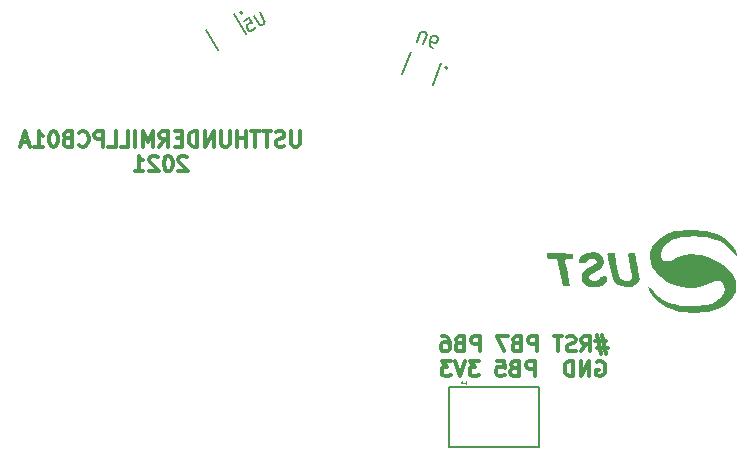
<source format=gbr>
%TF.GenerationSoftware,KiCad,Pcbnew,(5.99.0-10394-g2e15de97e0)*%
%TF.CreationDate,2021-08-24T18:50:14+02:00*%
%TF.ProjectId,USTTHUNDERMILLPCB01A,55535454-4855-44e4-9445-524d494c4c50,rev?*%
%TF.SameCoordinates,Original*%
%TF.FileFunction,Legend,Bot*%
%TF.FilePolarity,Positive*%
%FSLAX46Y46*%
G04 Gerber Fmt 4.6, Leading zero omitted, Abs format (unit mm)*
G04 Created by KiCad (PCBNEW (5.99.0-10394-g2e15de97e0)) date 2021-08-24 18:50:14*
%MOMM*%
%LPD*%
G01*
G04 APERTURE LIST*
%ADD10C,0.300000*%
%ADD11C,0.150000*%
%ADD12C,0.050000*%
%ADD13C,0.127000*%
%ADD14C,0.200000*%
G04 APERTURE END LIST*
D10*
X163840238Y-99893928D02*
X162911666Y-99893928D01*
X163468809Y-99336785D02*
X163840238Y-101008214D01*
X163035476Y-100451071D02*
X163964047Y-100451071D01*
X163406904Y-101008214D02*
X163035476Y-99336785D01*
X161735476Y-100760595D02*
X162168809Y-100141547D01*
X162478333Y-100760595D02*
X162478333Y-99460595D01*
X161983095Y-99460595D01*
X161859285Y-99522500D01*
X161797380Y-99584404D01*
X161735476Y-99708214D01*
X161735476Y-99893928D01*
X161797380Y-100017738D01*
X161859285Y-100079642D01*
X161983095Y-100141547D01*
X162478333Y-100141547D01*
X161240238Y-100698690D02*
X161054523Y-100760595D01*
X160745000Y-100760595D01*
X160621190Y-100698690D01*
X160559285Y-100636785D01*
X160497380Y-100512976D01*
X160497380Y-100389166D01*
X160559285Y-100265357D01*
X160621190Y-100203452D01*
X160745000Y-100141547D01*
X160992619Y-100079642D01*
X161116428Y-100017738D01*
X161178333Y-99955833D01*
X161240238Y-99832023D01*
X161240238Y-99708214D01*
X161178333Y-99584404D01*
X161116428Y-99522500D01*
X160992619Y-99460595D01*
X160683095Y-99460595D01*
X160497380Y-99522500D01*
X160125952Y-99460595D02*
X159383095Y-99460595D01*
X159754523Y-100760595D02*
X159754523Y-99460595D01*
X157959285Y-100760595D02*
X157959285Y-99460595D01*
X157464047Y-99460595D01*
X157340238Y-99522500D01*
X157278333Y-99584404D01*
X157216428Y-99708214D01*
X157216428Y-99893928D01*
X157278333Y-100017738D01*
X157340238Y-100079642D01*
X157464047Y-100141547D01*
X157959285Y-100141547D01*
X156225952Y-100079642D02*
X156040238Y-100141547D01*
X155978333Y-100203452D01*
X155916428Y-100327261D01*
X155916428Y-100512976D01*
X155978333Y-100636785D01*
X156040238Y-100698690D01*
X156164047Y-100760595D01*
X156659285Y-100760595D01*
X156659285Y-99460595D01*
X156225952Y-99460595D01*
X156102142Y-99522500D01*
X156040238Y-99584404D01*
X155978333Y-99708214D01*
X155978333Y-99832023D01*
X156040238Y-99955833D01*
X156102142Y-100017738D01*
X156225952Y-100079642D01*
X156659285Y-100079642D01*
X155483095Y-99460595D02*
X154616428Y-99460595D01*
X155173571Y-100760595D01*
X153130714Y-100760595D02*
X153130714Y-99460595D01*
X152635476Y-99460595D01*
X152511666Y-99522500D01*
X152449761Y-99584404D01*
X152387857Y-99708214D01*
X152387857Y-99893928D01*
X152449761Y-100017738D01*
X152511666Y-100079642D01*
X152635476Y-100141547D01*
X153130714Y-100141547D01*
X151397380Y-100079642D02*
X151211666Y-100141547D01*
X151149761Y-100203452D01*
X151087857Y-100327261D01*
X151087857Y-100512976D01*
X151149761Y-100636785D01*
X151211666Y-100698690D01*
X151335476Y-100760595D01*
X151830714Y-100760595D01*
X151830714Y-99460595D01*
X151397380Y-99460595D01*
X151273571Y-99522500D01*
X151211666Y-99584404D01*
X151149761Y-99708214D01*
X151149761Y-99832023D01*
X151211666Y-99955833D01*
X151273571Y-100017738D01*
X151397380Y-100079642D01*
X151830714Y-100079642D01*
X149973571Y-99460595D02*
X150221190Y-99460595D01*
X150345000Y-99522500D01*
X150406904Y-99584404D01*
X150530714Y-99770119D01*
X150592619Y-100017738D01*
X150592619Y-100512976D01*
X150530714Y-100636785D01*
X150468809Y-100698690D01*
X150345000Y-100760595D01*
X150097380Y-100760595D01*
X149973571Y-100698690D01*
X149911666Y-100636785D01*
X149849761Y-100512976D01*
X149849761Y-100203452D01*
X149911666Y-100079642D01*
X149973571Y-100017738D01*
X150097380Y-99955833D01*
X150345000Y-99955833D01*
X150468809Y-100017738D01*
X150530714Y-100079642D01*
X150592619Y-100203452D01*
X163035476Y-101615500D02*
X163159285Y-101553595D01*
X163345000Y-101553595D01*
X163530714Y-101615500D01*
X163654523Y-101739309D01*
X163716428Y-101863119D01*
X163778333Y-102110738D01*
X163778333Y-102296452D01*
X163716428Y-102544071D01*
X163654523Y-102667880D01*
X163530714Y-102791690D01*
X163345000Y-102853595D01*
X163221190Y-102853595D01*
X163035476Y-102791690D01*
X162973571Y-102729785D01*
X162973571Y-102296452D01*
X163221190Y-102296452D01*
X162416428Y-102853595D02*
X162416428Y-101553595D01*
X161673571Y-102853595D01*
X161673571Y-101553595D01*
X161054523Y-102853595D02*
X161054523Y-101553595D01*
X160745000Y-101553595D01*
X160559285Y-101615500D01*
X160435476Y-101739309D01*
X160373571Y-101863119D01*
X160311666Y-102110738D01*
X160311666Y-102296452D01*
X160373571Y-102544071D01*
X160435476Y-102667880D01*
X160559285Y-102791690D01*
X160745000Y-102853595D01*
X161054523Y-102853595D01*
X157773571Y-102853595D02*
X157773571Y-101553595D01*
X157278333Y-101553595D01*
X157154523Y-101615500D01*
X157092619Y-101677404D01*
X157030714Y-101801214D01*
X157030714Y-101986928D01*
X157092619Y-102110738D01*
X157154523Y-102172642D01*
X157278333Y-102234547D01*
X157773571Y-102234547D01*
X156040238Y-102172642D02*
X155854523Y-102234547D01*
X155792619Y-102296452D01*
X155730714Y-102420261D01*
X155730714Y-102605976D01*
X155792619Y-102729785D01*
X155854523Y-102791690D01*
X155978333Y-102853595D01*
X156473571Y-102853595D01*
X156473571Y-101553595D01*
X156040238Y-101553595D01*
X155916428Y-101615500D01*
X155854523Y-101677404D01*
X155792619Y-101801214D01*
X155792619Y-101925023D01*
X155854523Y-102048833D01*
X155916428Y-102110738D01*
X156040238Y-102172642D01*
X156473571Y-102172642D01*
X154554523Y-101553595D02*
X155173571Y-101553595D01*
X155235476Y-102172642D01*
X155173571Y-102110738D01*
X155049761Y-102048833D01*
X154740238Y-102048833D01*
X154616428Y-102110738D01*
X154554523Y-102172642D01*
X154492619Y-102296452D01*
X154492619Y-102605976D01*
X154554523Y-102729785D01*
X154616428Y-102791690D01*
X154740238Y-102853595D01*
X155049761Y-102853595D01*
X155173571Y-102791690D01*
X155235476Y-102729785D01*
X153068809Y-101553595D02*
X152264047Y-101553595D01*
X152697380Y-102048833D01*
X152511666Y-102048833D01*
X152387857Y-102110738D01*
X152325952Y-102172642D01*
X152264047Y-102296452D01*
X152264047Y-102605976D01*
X152325952Y-102729785D01*
X152387857Y-102791690D01*
X152511666Y-102853595D01*
X152883095Y-102853595D01*
X153006904Y-102791690D01*
X153068809Y-102729785D01*
X151892619Y-101553595D02*
X151459285Y-102853595D01*
X151025952Y-101553595D01*
X150716428Y-101553595D02*
X149911666Y-101553595D01*
X150345000Y-102048833D01*
X150159285Y-102048833D01*
X150035476Y-102110738D01*
X149973571Y-102172642D01*
X149911666Y-102296452D01*
X149911666Y-102605976D01*
X149973571Y-102729785D01*
X150035476Y-102791690D01*
X150159285Y-102853595D01*
X150530714Y-102853595D01*
X150654523Y-102791690D01*
X150716428Y-102729785D01*
X137898304Y-82112395D02*
X137898304Y-83164776D01*
X137836400Y-83288585D01*
X137774495Y-83350490D01*
X137650685Y-83412395D01*
X137403066Y-83412395D01*
X137279257Y-83350490D01*
X137217352Y-83288585D01*
X137155447Y-83164776D01*
X137155447Y-82112395D01*
X136598304Y-83350490D02*
X136412590Y-83412395D01*
X136103066Y-83412395D01*
X135979257Y-83350490D01*
X135917352Y-83288585D01*
X135855447Y-83164776D01*
X135855447Y-83040966D01*
X135917352Y-82917157D01*
X135979257Y-82855252D01*
X136103066Y-82793347D01*
X136350685Y-82731442D01*
X136474495Y-82669538D01*
X136536400Y-82607633D01*
X136598304Y-82483823D01*
X136598304Y-82360014D01*
X136536400Y-82236204D01*
X136474495Y-82174300D01*
X136350685Y-82112395D01*
X136041161Y-82112395D01*
X135855447Y-82174300D01*
X135484019Y-82112395D02*
X134741161Y-82112395D01*
X135112590Y-83412395D02*
X135112590Y-82112395D01*
X134493542Y-82112395D02*
X133750685Y-82112395D01*
X134122114Y-83412395D02*
X134122114Y-82112395D01*
X133317352Y-83412395D02*
X133317352Y-82112395D01*
X133317352Y-82731442D02*
X132574495Y-82731442D01*
X132574495Y-83412395D02*
X132574495Y-82112395D01*
X131955447Y-82112395D02*
X131955447Y-83164776D01*
X131893542Y-83288585D01*
X131831638Y-83350490D01*
X131707828Y-83412395D01*
X131460209Y-83412395D01*
X131336400Y-83350490D01*
X131274495Y-83288585D01*
X131212590Y-83164776D01*
X131212590Y-82112395D01*
X130593542Y-83412395D02*
X130593542Y-82112395D01*
X129850685Y-83412395D01*
X129850685Y-82112395D01*
X129231638Y-83412395D02*
X129231638Y-82112395D01*
X128922114Y-82112395D01*
X128736400Y-82174300D01*
X128612590Y-82298109D01*
X128550685Y-82421919D01*
X128488780Y-82669538D01*
X128488780Y-82855252D01*
X128550685Y-83102871D01*
X128612590Y-83226680D01*
X128736400Y-83350490D01*
X128922114Y-83412395D01*
X129231638Y-83412395D01*
X127931638Y-82731442D02*
X127498304Y-82731442D01*
X127312590Y-83412395D02*
X127931638Y-83412395D01*
X127931638Y-82112395D01*
X127312590Y-82112395D01*
X126012590Y-83412395D02*
X126445923Y-82793347D01*
X126755447Y-83412395D02*
X126755447Y-82112395D01*
X126260209Y-82112395D01*
X126136400Y-82174300D01*
X126074495Y-82236204D01*
X126012590Y-82360014D01*
X126012590Y-82545728D01*
X126074495Y-82669538D01*
X126136400Y-82731442D01*
X126260209Y-82793347D01*
X126755447Y-82793347D01*
X125455447Y-83412395D02*
X125455447Y-82112395D01*
X125022114Y-83040966D01*
X124588780Y-82112395D01*
X124588780Y-83412395D01*
X123969733Y-83412395D02*
X123969733Y-82112395D01*
X122731638Y-83412395D02*
X123350685Y-83412395D01*
X123350685Y-82112395D01*
X121679257Y-83412395D02*
X122298304Y-83412395D01*
X122298304Y-82112395D01*
X121245923Y-83412395D02*
X121245923Y-82112395D01*
X120750685Y-82112395D01*
X120626876Y-82174300D01*
X120564971Y-82236204D01*
X120503066Y-82360014D01*
X120503066Y-82545728D01*
X120564971Y-82669538D01*
X120626876Y-82731442D01*
X120750685Y-82793347D01*
X121245923Y-82793347D01*
X119203066Y-83288585D02*
X119264971Y-83350490D01*
X119450685Y-83412395D01*
X119574495Y-83412395D01*
X119760209Y-83350490D01*
X119884019Y-83226680D01*
X119945923Y-83102871D01*
X120007828Y-82855252D01*
X120007828Y-82669538D01*
X119945923Y-82421919D01*
X119884019Y-82298109D01*
X119760209Y-82174300D01*
X119574495Y-82112395D01*
X119450685Y-82112395D01*
X119264971Y-82174300D01*
X119203066Y-82236204D01*
X118212590Y-82731442D02*
X118026876Y-82793347D01*
X117964971Y-82855252D01*
X117903066Y-82979061D01*
X117903066Y-83164776D01*
X117964971Y-83288585D01*
X118026876Y-83350490D01*
X118150685Y-83412395D01*
X118645923Y-83412395D01*
X118645923Y-82112395D01*
X118212590Y-82112395D01*
X118088780Y-82174300D01*
X118026876Y-82236204D01*
X117964971Y-82360014D01*
X117964971Y-82483823D01*
X118026876Y-82607633D01*
X118088780Y-82669538D01*
X118212590Y-82731442D01*
X118645923Y-82731442D01*
X117098304Y-82112395D02*
X116974495Y-82112395D01*
X116850685Y-82174300D01*
X116788780Y-82236204D01*
X116726876Y-82360014D01*
X116664971Y-82607633D01*
X116664971Y-82917157D01*
X116726876Y-83164776D01*
X116788780Y-83288585D01*
X116850685Y-83350490D01*
X116974495Y-83412395D01*
X117098304Y-83412395D01*
X117222114Y-83350490D01*
X117284019Y-83288585D01*
X117345923Y-83164776D01*
X117407828Y-82917157D01*
X117407828Y-82607633D01*
X117345923Y-82360014D01*
X117284019Y-82236204D01*
X117222114Y-82174300D01*
X117098304Y-82112395D01*
X115426876Y-83412395D02*
X116169733Y-83412395D01*
X115798304Y-83412395D02*
X115798304Y-82112395D01*
X115922114Y-82298109D01*
X116045923Y-82421919D01*
X116169733Y-82483823D01*
X114931638Y-83040966D02*
X114312590Y-83040966D01*
X115055447Y-83412395D02*
X114622114Y-82112395D01*
X114188780Y-83412395D01*
X128364971Y-84329204D02*
X128303066Y-84267300D01*
X128179257Y-84205395D01*
X127869733Y-84205395D01*
X127745923Y-84267300D01*
X127684019Y-84329204D01*
X127622114Y-84453014D01*
X127622114Y-84576823D01*
X127684019Y-84762538D01*
X128426876Y-85505395D01*
X127622114Y-85505395D01*
X126817352Y-84205395D02*
X126693542Y-84205395D01*
X126569733Y-84267300D01*
X126507828Y-84329204D01*
X126445923Y-84453014D01*
X126384019Y-84700633D01*
X126384019Y-85010157D01*
X126445923Y-85257776D01*
X126507828Y-85381585D01*
X126569733Y-85443490D01*
X126693542Y-85505395D01*
X126817352Y-85505395D01*
X126941161Y-85443490D01*
X127003066Y-85381585D01*
X127064971Y-85257776D01*
X127126876Y-85010157D01*
X127126876Y-84700633D01*
X127064971Y-84453014D01*
X127003066Y-84329204D01*
X126941161Y-84267300D01*
X126817352Y-84205395D01*
X125888780Y-84329204D02*
X125826876Y-84267300D01*
X125703066Y-84205395D01*
X125393542Y-84205395D01*
X125269733Y-84267300D01*
X125207828Y-84329204D01*
X125145923Y-84453014D01*
X125145923Y-84576823D01*
X125207828Y-84762538D01*
X125950685Y-85505395D01*
X125145923Y-85505395D01*
X123907828Y-85505395D02*
X124650685Y-85505395D01*
X124279257Y-85505395D02*
X124279257Y-84205395D01*
X124403066Y-84391109D01*
X124526876Y-84514919D01*
X124650685Y-84576823D01*
D11*
%TO.C,U6*%
X147813746Y-74549006D02*
X148090620Y-73788303D01*
X148167941Y-73715095D01*
X148228974Y-73686634D01*
X148334756Y-73674460D01*
X148513745Y-73739607D01*
X148586953Y-73816928D01*
X148615413Y-73877962D01*
X148627587Y-73983743D01*
X148350714Y-74744446D01*
X149200912Y-75053893D02*
X149021923Y-74988746D01*
X148948715Y-74911426D01*
X148920254Y-74850392D01*
X148879620Y-74683577D01*
X148900019Y-74488301D01*
X149030313Y-74130323D01*
X149107633Y-74057115D01*
X149168667Y-74028654D01*
X149274448Y-74016481D01*
X149453437Y-74081627D01*
X149526645Y-74158948D01*
X149555106Y-74219982D01*
X149567280Y-74325763D01*
X149485846Y-74549499D01*
X149408526Y-74622707D01*
X149347492Y-74651168D01*
X149241711Y-74663342D01*
X149062722Y-74598195D01*
X148989514Y-74520874D01*
X148961053Y-74459840D01*
X148948879Y-74354059D01*
%TO.C,U5*%
X134498019Y-72042795D02*
X134902781Y-72743863D01*
X134909161Y-72850151D01*
X134891731Y-72915200D01*
X134833062Y-73004059D01*
X134668104Y-73099297D01*
X134561816Y-73105676D01*
X134496767Y-73088247D01*
X134407909Y-73029578D01*
X134003147Y-72328509D01*
X133178361Y-72804700D02*
X133590754Y-72566605D01*
X133870089Y-72955188D01*
X133805040Y-72937758D01*
X133698752Y-72944138D01*
X133492555Y-73063186D01*
X133433886Y-73152044D01*
X133416456Y-73217093D01*
X133422836Y-73323381D01*
X133541884Y-73529578D01*
X133630742Y-73588247D01*
X133695791Y-73605676D01*
X133802079Y-73599297D01*
X134008276Y-73480249D01*
X134066945Y-73391391D01*
X134084374Y-73326342D01*
D12*
%TO.C,J4*%
X152008590Y-103547657D02*
X152008590Y-103261942D01*
X152008590Y-103404800D02*
X151508590Y-103404800D01*
X151580019Y-103357180D01*
X151627638Y-103309561D01*
X151651447Y-103261942D01*
D13*
%TO.C,U6*%
X149847935Y-76342008D02*
X149163895Y-78221393D01*
X147273177Y-75404873D02*
X146589137Y-77284258D01*
D14*
X150379931Y-76744255D02*
G75*
G03*
X150379931Y-76744255I-100000J0D01*
G01*
%TO.C,G\u002A\u002A\u002A*%
G36*
X159909469Y-92452090D02*
G01*
X161019160Y-92471436D01*
X161063134Y-92927514D01*
X160707860Y-92927514D01*
X160570665Y-92931175D01*
X160404515Y-92960261D01*
X160352585Y-93021815D01*
X160355675Y-93053168D01*
X160380770Y-93207964D01*
X160426996Y-93461004D01*
X160489413Y-93785688D01*
X160563083Y-94155414D01*
X160601163Y-94343830D01*
X160669347Y-94683399D01*
X160724032Y-94958702D01*
X160760387Y-95145323D01*
X160773580Y-95218847D01*
X160761354Y-95225588D01*
X160652445Y-95238044D01*
X160467397Y-95242983D01*
X160161215Y-95242983D01*
X159703203Y-92933745D01*
X159273612Y-92913088D01*
X159193708Y-92909176D01*
X158991089Y-92893302D01*
X158884497Y-92859620D01*
X158839559Y-92789070D01*
X158821900Y-92662587D01*
X158799779Y-92432743D01*
X159909469Y-92452090D01*
G37*
G36*
X162765940Y-92370224D02*
G01*
X163147781Y-92442522D01*
X163424734Y-92603270D01*
X163593398Y-92849749D01*
X163650375Y-93179244D01*
X163648617Y-93244874D01*
X163599034Y-93483262D01*
X163467369Y-93683237D01*
X163234973Y-93866035D01*
X162883194Y-94052897D01*
X162768655Y-94107859D01*
X162519857Y-94245064D01*
X162383546Y-94362588D01*
X162344074Y-94477908D01*
X162385793Y-94608503D01*
X162393119Y-94621319D01*
X162540102Y-94747289D01*
X162752232Y-94803121D01*
X162981761Y-94790828D01*
X163180938Y-94712420D01*
X163302018Y-94569909D01*
X163350204Y-94478765D01*
X163454464Y-94416498D01*
X163648639Y-94400994D01*
X163698298Y-94401232D01*
X163854180Y-94415296D01*
X163918469Y-94471007D01*
X163931038Y-94595879D01*
X163893680Y-94799307D01*
X163738290Y-95039168D01*
X163483500Y-95212326D01*
X163387890Y-95245786D01*
X163103616Y-95295651D01*
X162780607Y-95306097D01*
X162476710Y-95277267D01*
X162249771Y-95209302D01*
X162011158Y-95041150D01*
X161821321Y-94769924D01*
X161755900Y-94442227D01*
X161760445Y-94329393D01*
X161812260Y-94110985D01*
X161938399Y-93929426D01*
X162159400Y-93760820D01*
X162495801Y-93581269D01*
X162620438Y-93519599D01*
X162884955Y-93367364D01*
X163027805Y-93238644D01*
X163058707Y-93122070D01*
X162987381Y-93006272D01*
X162858508Y-92925879D01*
X162632661Y-92895068D01*
X162400640Y-92951374D01*
X162217435Y-93088895D01*
X162189267Y-93122601D01*
X162027082Y-93244733D01*
X161805889Y-93278342D01*
X161646791Y-93269362D01*
X161564083Y-93222570D01*
X161545403Y-93112390D01*
X161549409Y-93062971D01*
X161636253Y-92847164D01*
X161810887Y-92634763D01*
X162039274Y-92470034D01*
X162136904Y-92432986D01*
X162371934Y-92384976D01*
X162632972Y-92366188D01*
X162765940Y-92370224D01*
G37*
G36*
X164666755Y-93155552D02*
G01*
X164757464Y-93640744D01*
X164847155Y-94035538D01*
X164935382Y-94324014D01*
X165027474Y-94523423D01*
X165128761Y-94651014D01*
X165283172Y-94738540D01*
X165523398Y-94782513D01*
X165764266Y-94757470D01*
X165944857Y-94662551D01*
X165951887Y-94655432D01*
X165995834Y-94599277D01*
X166019143Y-94525293D01*
X166020295Y-94409553D01*
X165997769Y-94228131D01*
X165950045Y-93957101D01*
X165875602Y-93572536D01*
X165852789Y-93455863D01*
X165786911Y-93111585D01*
X165733706Y-92822552D01*
X165698141Y-92616213D01*
X165685182Y-92520021D01*
X165688973Y-92504300D01*
X165783552Y-92454391D01*
X165988151Y-92436353D01*
X166291120Y-92436353D01*
X166479311Y-93442695D01*
X166505068Y-93581802D01*
X166569023Y-93940197D01*
X166620574Y-94247887D01*
X166654980Y-94475845D01*
X166667502Y-94595046D01*
X166667408Y-94600317D01*
X166612481Y-94762940D01*
X166482205Y-94956908D01*
X166314425Y-95134693D01*
X166146982Y-95248767D01*
X166009275Y-95277595D01*
X165779166Y-95294258D01*
X165509458Y-95294265D01*
X165177855Y-95260273D01*
X164844472Y-95147538D01*
X164596489Y-94945367D01*
X164412513Y-94641021D01*
X164373564Y-94533715D01*
X164303913Y-94294584D01*
X164223142Y-93981735D01*
X164139209Y-93630032D01*
X164060073Y-93274338D01*
X163993693Y-92949517D01*
X163948029Y-92690434D01*
X163931038Y-92531953D01*
X163934957Y-92510242D01*
X164023178Y-92454233D01*
X164236065Y-92436353D01*
X164541092Y-92436353D01*
X164666755Y-93155552D01*
G37*
G36*
X171501753Y-90513429D02*
G01*
X171953616Y-90539606D01*
X172342019Y-90580906D01*
X172631591Y-90636965D01*
X172838042Y-90700702D01*
X173200175Y-90838267D01*
X173544835Y-90997039D01*
X173832580Y-91158158D01*
X174023967Y-91302763D01*
X174129384Y-91396510D01*
X174231800Y-91462804D01*
X174245669Y-91471470D01*
X174334528Y-91567381D01*
X174469224Y-91742902D01*
X174626483Y-91968226D01*
X174639503Y-91987775D01*
X174822205Y-92289449D01*
X174925252Y-92519267D01*
X174944773Y-92665649D01*
X174876895Y-92717016D01*
X174860452Y-92715380D01*
X174806729Y-92658383D01*
X174789141Y-92624058D01*
X174694054Y-92501874D01*
X174535014Y-92319251D01*
X174333110Y-92101010D01*
X174306053Y-92072657D01*
X174024829Y-91800633D01*
X173754262Y-91594352D01*
X173456862Y-91433153D01*
X173095135Y-91296375D01*
X172631591Y-91163359D01*
X172306079Y-91095388D01*
X171788739Y-91037513D01*
X171234005Y-91022179D01*
X170676644Y-91047444D01*
X170151422Y-91111365D01*
X169693105Y-91212001D01*
X169336458Y-91347410D01*
X169041126Y-91540160D01*
X168748045Y-91846479D01*
X168558893Y-92199601D01*
X168491812Y-92573200D01*
X168496060Y-92671952D01*
X168569582Y-92929528D01*
X168731950Y-93080984D01*
X168979922Y-93125483D01*
X169310257Y-93062187D01*
X169719712Y-92890260D01*
X169766632Y-92866912D01*
X170399989Y-92626441D01*
X171032496Y-92525929D01*
X171666060Y-92565059D01*
X171874132Y-92606428D01*
X172417669Y-92762693D01*
X172955628Y-92979501D01*
X173461202Y-93241911D01*
X173907583Y-93534981D01*
X174267965Y-93843769D01*
X174515539Y-94153332D01*
X174579352Y-94265228D01*
X174787244Y-94766997D01*
X174856208Y-95249723D01*
X174786343Y-95712567D01*
X174577748Y-96154693D01*
X174230521Y-96575262D01*
X174217324Y-96588148D01*
X173819262Y-96904435D01*
X173337511Y-97154893D01*
X172746520Y-97352913D01*
X172464591Y-97408032D01*
X172035819Y-97451126D01*
X171542391Y-97470473D01*
X171024187Y-97466515D01*
X170521085Y-97439697D01*
X170072967Y-97390462D01*
X169719712Y-97319253D01*
X169594534Y-97282446D01*
X168924229Y-97016216D01*
X168363984Y-96664535D01*
X167914764Y-96228129D01*
X167577531Y-95707723D01*
X167478234Y-95494184D01*
X167415839Y-95329691D01*
X167405552Y-95253368D01*
X167433515Y-95262833D01*
X167540182Y-95350973D01*
X167704064Y-95510816D01*
X167903291Y-95721779D01*
X167968251Y-95792181D01*
X168306243Y-96124663D01*
X168628527Y-96368951D01*
X168979603Y-96554350D01*
X169403967Y-96710170D01*
X169580464Y-96761394D01*
X170204453Y-96883345D01*
X170876710Y-96938605D01*
X171554266Y-96927241D01*
X172194148Y-96849321D01*
X172753384Y-96704912D01*
X173027105Y-96587384D01*
X173376501Y-96359445D01*
X173641428Y-96086909D01*
X173812404Y-95788290D01*
X173879948Y-95482104D01*
X173834580Y-95186866D01*
X173666818Y-94921091D01*
X173566743Y-94835940D01*
X173348756Y-94761989D01*
X173079942Y-94801743D01*
X172745381Y-94955763D01*
X172657285Y-95003871D01*
X172043772Y-95248507D01*
X171375401Y-95371160D01*
X170667439Y-95370263D01*
X169935151Y-95244247D01*
X169547209Y-95119633D01*
X168983449Y-94845750D01*
X168475494Y-94488234D01*
X168050948Y-94067680D01*
X167737416Y-93604682D01*
X167594184Y-93209496D01*
X167539401Y-92772338D01*
X167574858Y-92343335D01*
X167701624Y-91971229D01*
X167718737Y-91939519D01*
X168031752Y-91509887D01*
X168458890Y-91135140D01*
X168981112Y-90829121D01*
X169579381Y-90605674D01*
X169767106Y-90567203D01*
X170119105Y-90529262D01*
X170549127Y-90507895D01*
X171021800Y-90502738D01*
X171501753Y-90513429D01*
G37*
D13*
%TO.C,U5*%
X132343255Y-72162224D02*
X133343255Y-73894274D01*
X129970345Y-73532224D02*
X130970345Y-75264274D01*
D14*
X133029075Y-72089855D02*
G75*
G03*
X133029075Y-72089855I-100000J0D01*
G01*
D11*
%TO.C,J4*%
X150512400Y-103785800D02*
X150512400Y-108865800D01*
X150512400Y-108865800D02*
X158132400Y-108865800D01*
X158132400Y-108865800D02*
X158132400Y-103785800D01*
X158132400Y-103785800D02*
X150512400Y-103785800D01*
%TD*%
M02*

</source>
